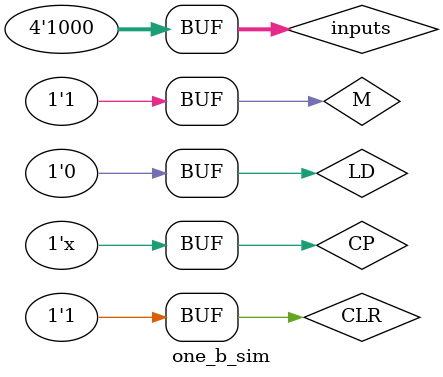
<source format=v>
`timescale 1ns / 1ps

module one_b_sim();
reg [3:0] inputs;
reg CP;
reg CLR;
reg LD;
reg M;

wire [3:0] outputs;
wire Qcc;
always #5 CP = ~CP;

initial 
begin
    inputs = 4'b0010;
    CP = 0;
    CLR = 1;
    LD = 1;
    M = 1;
    #80 M = 0;
    #80 M = 1;
    #80 M = 0;
    #80 M = 1;

    CLR = 0;
    inputs = 4'b1000;
    #50 CLR =1;
    LD = 0;
    #80 M = 0;
    #80 M = 1;
    #80 M = 0;
    #80 M = 1;
end
    one_b mytest(inputs,CP,CLR,LD,M,outputs,Qcc);
endmodule


</source>
